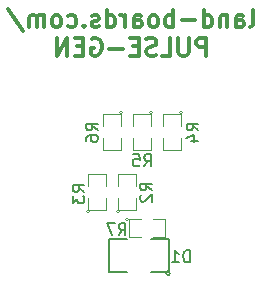
<source format=gbo>
G04 #@! TF.FileFunction,Legend,Bot*
%FSLAX46Y46*%
G04 Gerber Fmt 4.6, Leading zero omitted, Abs format (unit mm)*
G04 Created by KiCad (PCBNEW 4.0.1-stable) date 2/15/2016 3:27:24 PM*
%MOMM*%
G01*
G04 APERTURE LIST*
%ADD10C,0.150000*%
%ADD11C,0.300000*%
%ADD12C,0.099060*%
%ADD13C,0.127000*%
G04 APERTURE END LIST*
D10*
D11*
X32641714Y-3796571D02*
X32784572Y-3725143D01*
X32856000Y-3582286D01*
X32856000Y-2296571D01*
X31427429Y-3796571D02*
X31427429Y-3010857D01*
X31498858Y-2868000D01*
X31641715Y-2796571D01*
X31927429Y-2796571D01*
X32070286Y-2868000D01*
X31427429Y-3725143D02*
X31570286Y-3796571D01*
X31927429Y-3796571D01*
X32070286Y-3725143D01*
X32141715Y-3582286D01*
X32141715Y-3439429D01*
X32070286Y-3296571D01*
X31927429Y-3225143D01*
X31570286Y-3225143D01*
X31427429Y-3153714D01*
X30713143Y-2796571D02*
X30713143Y-3796571D01*
X30713143Y-2939429D02*
X30641715Y-2868000D01*
X30498857Y-2796571D01*
X30284572Y-2796571D01*
X30141715Y-2868000D01*
X30070286Y-3010857D01*
X30070286Y-3796571D01*
X28713143Y-3796571D02*
X28713143Y-2296571D01*
X28713143Y-3725143D02*
X28856000Y-3796571D01*
X29141714Y-3796571D01*
X29284572Y-3725143D01*
X29356000Y-3653714D01*
X29427429Y-3510857D01*
X29427429Y-3082286D01*
X29356000Y-2939429D01*
X29284572Y-2868000D01*
X29141714Y-2796571D01*
X28856000Y-2796571D01*
X28713143Y-2868000D01*
X27998857Y-3225143D02*
X26856000Y-3225143D01*
X26141714Y-3796571D02*
X26141714Y-2296571D01*
X26141714Y-2868000D02*
X25998857Y-2796571D01*
X25713143Y-2796571D01*
X25570286Y-2868000D01*
X25498857Y-2939429D01*
X25427428Y-3082286D01*
X25427428Y-3510857D01*
X25498857Y-3653714D01*
X25570286Y-3725143D01*
X25713143Y-3796571D01*
X25998857Y-3796571D01*
X26141714Y-3725143D01*
X24570285Y-3796571D02*
X24713143Y-3725143D01*
X24784571Y-3653714D01*
X24856000Y-3510857D01*
X24856000Y-3082286D01*
X24784571Y-2939429D01*
X24713143Y-2868000D01*
X24570285Y-2796571D01*
X24356000Y-2796571D01*
X24213143Y-2868000D01*
X24141714Y-2939429D01*
X24070285Y-3082286D01*
X24070285Y-3510857D01*
X24141714Y-3653714D01*
X24213143Y-3725143D01*
X24356000Y-3796571D01*
X24570285Y-3796571D01*
X22784571Y-3796571D02*
X22784571Y-3010857D01*
X22856000Y-2868000D01*
X22998857Y-2796571D01*
X23284571Y-2796571D01*
X23427428Y-2868000D01*
X22784571Y-3725143D02*
X22927428Y-3796571D01*
X23284571Y-3796571D01*
X23427428Y-3725143D01*
X23498857Y-3582286D01*
X23498857Y-3439429D01*
X23427428Y-3296571D01*
X23284571Y-3225143D01*
X22927428Y-3225143D01*
X22784571Y-3153714D01*
X22070285Y-3796571D02*
X22070285Y-2796571D01*
X22070285Y-3082286D02*
X21998857Y-2939429D01*
X21927428Y-2868000D01*
X21784571Y-2796571D01*
X21641714Y-2796571D01*
X20498857Y-3796571D02*
X20498857Y-2296571D01*
X20498857Y-3725143D02*
X20641714Y-3796571D01*
X20927428Y-3796571D01*
X21070286Y-3725143D01*
X21141714Y-3653714D01*
X21213143Y-3510857D01*
X21213143Y-3082286D01*
X21141714Y-2939429D01*
X21070286Y-2868000D01*
X20927428Y-2796571D01*
X20641714Y-2796571D01*
X20498857Y-2868000D01*
X19856000Y-3725143D02*
X19713143Y-3796571D01*
X19427428Y-3796571D01*
X19284571Y-3725143D01*
X19213143Y-3582286D01*
X19213143Y-3510857D01*
X19284571Y-3368000D01*
X19427428Y-3296571D01*
X19641714Y-3296571D01*
X19784571Y-3225143D01*
X19856000Y-3082286D01*
X19856000Y-3010857D01*
X19784571Y-2868000D01*
X19641714Y-2796571D01*
X19427428Y-2796571D01*
X19284571Y-2868000D01*
X18570285Y-3653714D02*
X18498857Y-3725143D01*
X18570285Y-3796571D01*
X18641714Y-3725143D01*
X18570285Y-3653714D01*
X18570285Y-3796571D01*
X17213142Y-3725143D02*
X17355999Y-3796571D01*
X17641713Y-3796571D01*
X17784571Y-3725143D01*
X17855999Y-3653714D01*
X17927428Y-3510857D01*
X17927428Y-3082286D01*
X17855999Y-2939429D01*
X17784571Y-2868000D01*
X17641713Y-2796571D01*
X17355999Y-2796571D01*
X17213142Y-2868000D01*
X16355999Y-3796571D02*
X16498857Y-3725143D01*
X16570285Y-3653714D01*
X16641714Y-3510857D01*
X16641714Y-3082286D01*
X16570285Y-2939429D01*
X16498857Y-2868000D01*
X16355999Y-2796571D01*
X16141714Y-2796571D01*
X15998857Y-2868000D01*
X15927428Y-2939429D01*
X15855999Y-3082286D01*
X15855999Y-3510857D01*
X15927428Y-3653714D01*
X15998857Y-3725143D01*
X16141714Y-3796571D01*
X16355999Y-3796571D01*
X15213142Y-3796571D02*
X15213142Y-2796571D01*
X15213142Y-2939429D02*
X15141714Y-2868000D01*
X14998856Y-2796571D01*
X14784571Y-2796571D01*
X14641714Y-2868000D01*
X14570285Y-3010857D01*
X14570285Y-3796571D01*
X14570285Y-3010857D02*
X14498856Y-2868000D01*
X14355999Y-2796571D01*
X14141714Y-2796571D01*
X13998856Y-2868000D01*
X13927428Y-3010857D01*
X13927428Y-3796571D01*
X12141714Y-2225143D02*
X13427428Y-4153714D01*
X28927429Y-6196571D02*
X28927429Y-4696571D01*
X28356001Y-4696571D01*
X28213143Y-4768000D01*
X28141715Y-4839429D01*
X28070286Y-4982286D01*
X28070286Y-5196571D01*
X28141715Y-5339429D01*
X28213143Y-5410857D01*
X28356001Y-5482286D01*
X28927429Y-5482286D01*
X27427429Y-4696571D02*
X27427429Y-5910857D01*
X27356001Y-6053714D01*
X27284572Y-6125143D01*
X27141715Y-6196571D01*
X26856001Y-6196571D01*
X26713143Y-6125143D01*
X26641715Y-6053714D01*
X26570286Y-5910857D01*
X26570286Y-4696571D01*
X25141714Y-6196571D02*
X25856000Y-6196571D01*
X25856000Y-4696571D01*
X24713143Y-6125143D02*
X24498857Y-6196571D01*
X24141714Y-6196571D01*
X23998857Y-6125143D01*
X23927428Y-6053714D01*
X23856000Y-5910857D01*
X23856000Y-5768000D01*
X23927428Y-5625143D01*
X23998857Y-5553714D01*
X24141714Y-5482286D01*
X24427428Y-5410857D01*
X24570286Y-5339429D01*
X24641714Y-5268000D01*
X24713143Y-5125143D01*
X24713143Y-4982286D01*
X24641714Y-4839429D01*
X24570286Y-4768000D01*
X24427428Y-4696571D01*
X24070286Y-4696571D01*
X23856000Y-4768000D01*
X23213143Y-5410857D02*
X22713143Y-5410857D01*
X22498857Y-6196571D02*
X23213143Y-6196571D01*
X23213143Y-4696571D01*
X22498857Y-4696571D01*
X21856000Y-5625143D02*
X20713143Y-5625143D01*
X19213143Y-4768000D02*
X19356000Y-4696571D01*
X19570286Y-4696571D01*
X19784571Y-4768000D01*
X19927429Y-4910857D01*
X19998857Y-5053714D01*
X20070286Y-5339429D01*
X20070286Y-5553714D01*
X19998857Y-5839429D01*
X19927429Y-5982286D01*
X19784571Y-6125143D01*
X19570286Y-6196571D01*
X19427429Y-6196571D01*
X19213143Y-6125143D01*
X19141714Y-6053714D01*
X19141714Y-5553714D01*
X19427429Y-5553714D01*
X18498857Y-5410857D02*
X17998857Y-5410857D01*
X17784571Y-6196571D02*
X18498857Y-6196571D01*
X18498857Y-4696571D01*
X17784571Y-4696571D01*
X17141714Y-6196571D02*
X17141714Y-4696571D01*
X16284571Y-6196571D01*
X16284571Y-4696571D01*
D12*
X21590000Y-19431000D02*
G75*
G03X21590000Y-19431000I-127000J0D01*
G01*
X21463000Y-18288000D02*
X21463000Y-19304000D01*
X21463000Y-19304000D02*
X22987000Y-19304000D01*
X22987000Y-19304000D02*
X22987000Y-18288000D01*
X22987000Y-17272000D02*
X22987000Y-16256000D01*
X22987000Y-16256000D02*
X21463000Y-16256000D01*
X21463000Y-16256000D02*
X21463000Y-17272000D01*
X19050000Y-19431000D02*
G75*
G03X19050000Y-19431000I-127000J0D01*
G01*
X18923000Y-18288000D02*
X18923000Y-19304000D01*
X18923000Y-19304000D02*
X20447000Y-19304000D01*
X20447000Y-19304000D02*
X20447000Y-18288000D01*
X20447000Y-17272000D02*
X20447000Y-16256000D01*
X20447000Y-16256000D02*
X18923000Y-16256000D01*
X18923000Y-16256000D02*
X18923000Y-17272000D01*
X26924000Y-11049000D02*
G75*
G03X26924000Y-11049000I-127000J0D01*
G01*
X26797000Y-12192000D02*
X26797000Y-11176000D01*
X26797000Y-11176000D02*
X25273000Y-11176000D01*
X25273000Y-11176000D02*
X25273000Y-12192000D01*
X25273000Y-13208000D02*
X25273000Y-14224000D01*
X25273000Y-14224000D02*
X26797000Y-14224000D01*
X26797000Y-14224000D02*
X26797000Y-13208000D01*
X24384000Y-11049000D02*
G75*
G03X24384000Y-11049000I-127000J0D01*
G01*
X24257000Y-12192000D02*
X24257000Y-11176000D01*
X24257000Y-11176000D02*
X22733000Y-11176000D01*
X22733000Y-11176000D02*
X22733000Y-12192000D01*
X22733000Y-13208000D02*
X22733000Y-14224000D01*
X22733000Y-14224000D02*
X24257000Y-14224000D01*
X24257000Y-14224000D02*
X24257000Y-13208000D01*
X21844000Y-11049000D02*
G75*
G03X21844000Y-11049000I-127000J0D01*
G01*
X21717000Y-12192000D02*
X21717000Y-11176000D01*
X21717000Y-11176000D02*
X20193000Y-11176000D01*
X20193000Y-11176000D02*
X20193000Y-12192000D01*
X20193000Y-13208000D02*
X20193000Y-14224000D01*
X20193000Y-14224000D02*
X21717000Y-14224000D01*
X21717000Y-14224000D02*
X21717000Y-13208000D01*
D13*
X25833605Y-24638000D02*
G75*
G03X25833605Y-24638000I-179605J0D01*
G01*
X24257000Y-21717000D02*
X25781000Y-21717000D01*
X25781000Y-21717000D02*
X25781000Y-24511000D01*
X25781000Y-24511000D02*
X24257000Y-24511000D01*
X22225000Y-24511000D02*
X20701000Y-24511000D01*
X20701000Y-24511000D02*
X20701000Y-21717000D01*
X20701000Y-21717000D02*
X22225000Y-21717000D01*
D12*
X22352000Y-20066000D02*
G75*
G03X22352000Y-20066000I-127000J0D01*
G01*
X23368000Y-20066000D02*
X22352000Y-20066000D01*
X22352000Y-20066000D02*
X22352000Y-21590000D01*
X22352000Y-21590000D02*
X23368000Y-21590000D01*
X24384000Y-21590000D02*
X25400000Y-21590000D01*
X25400000Y-21590000D02*
X25400000Y-20066000D01*
X25400000Y-20066000D02*
X24384000Y-20066000D01*
D10*
X24328381Y-17613334D02*
X23852190Y-17280000D01*
X24328381Y-17041905D02*
X23328381Y-17041905D01*
X23328381Y-17422858D01*
X23376000Y-17518096D01*
X23423619Y-17565715D01*
X23518857Y-17613334D01*
X23661714Y-17613334D01*
X23756952Y-17565715D01*
X23804571Y-17518096D01*
X23852190Y-17422858D01*
X23852190Y-17041905D01*
X23423619Y-17994286D02*
X23376000Y-18041905D01*
X23328381Y-18137143D01*
X23328381Y-18375239D01*
X23376000Y-18470477D01*
X23423619Y-18518096D01*
X23518857Y-18565715D01*
X23614095Y-18565715D01*
X23756952Y-18518096D01*
X24328381Y-17946667D01*
X24328381Y-18565715D01*
X18613381Y-17740334D02*
X18137190Y-17407000D01*
X18613381Y-17168905D02*
X17613381Y-17168905D01*
X17613381Y-17549858D01*
X17661000Y-17645096D01*
X17708619Y-17692715D01*
X17803857Y-17740334D01*
X17946714Y-17740334D01*
X18041952Y-17692715D01*
X18089571Y-17645096D01*
X18137190Y-17549858D01*
X18137190Y-17168905D01*
X17613381Y-18073667D02*
X17613381Y-18692715D01*
X17994333Y-18359381D01*
X17994333Y-18502239D01*
X18041952Y-18597477D01*
X18089571Y-18645096D01*
X18184810Y-18692715D01*
X18422905Y-18692715D01*
X18518143Y-18645096D01*
X18565762Y-18597477D01*
X18613381Y-18502239D01*
X18613381Y-18216524D01*
X18565762Y-18121286D01*
X18518143Y-18073667D01*
X28265381Y-12533334D02*
X27789190Y-12200000D01*
X28265381Y-11961905D02*
X27265381Y-11961905D01*
X27265381Y-12342858D01*
X27313000Y-12438096D01*
X27360619Y-12485715D01*
X27455857Y-12533334D01*
X27598714Y-12533334D01*
X27693952Y-12485715D01*
X27741571Y-12438096D01*
X27789190Y-12342858D01*
X27789190Y-11961905D01*
X27598714Y-13390477D02*
X28265381Y-13390477D01*
X27217762Y-13152381D02*
X27932048Y-12914286D01*
X27932048Y-13533334D01*
X23661666Y-15565381D02*
X23995000Y-15089190D01*
X24233095Y-15565381D02*
X24233095Y-14565381D01*
X23852142Y-14565381D01*
X23756904Y-14613000D01*
X23709285Y-14660619D01*
X23661666Y-14755857D01*
X23661666Y-14898714D01*
X23709285Y-14993952D01*
X23756904Y-15041571D01*
X23852142Y-15089190D01*
X24233095Y-15089190D01*
X22756904Y-14565381D02*
X23233095Y-14565381D01*
X23280714Y-15041571D01*
X23233095Y-14993952D01*
X23137857Y-14946333D01*
X22899761Y-14946333D01*
X22804523Y-14993952D01*
X22756904Y-15041571D01*
X22709285Y-15136810D01*
X22709285Y-15374905D01*
X22756904Y-15470143D01*
X22804523Y-15517762D01*
X22899761Y-15565381D01*
X23137857Y-15565381D01*
X23233095Y-15517762D01*
X23280714Y-15470143D01*
X19756381Y-12533334D02*
X19280190Y-12200000D01*
X19756381Y-11961905D02*
X18756381Y-11961905D01*
X18756381Y-12342858D01*
X18804000Y-12438096D01*
X18851619Y-12485715D01*
X18946857Y-12533334D01*
X19089714Y-12533334D01*
X19184952Y-12485715D01*
X19232571Y-12438096D01*
X19280190Y-12342858D01*
X19280190Y-11961905D01*
X18756381Y-13390477D02*
X18756381Y-13200000D01*
X18804000Y-13104762D01*
X18851619Y-13057143D01*
X18994476Y-12961905D01*
X19184952Y-12914286D01*
X19565905Y-12914286D01*
X19661143Y-12961905D01*
X19708762Y-13009524D01*
X19756381Y-13104762D01*
X19756381Y-13295239D01*
X19708762Y-13390477D01*
X19661143Y-13438096D01*
X19565905Y-13485715D01*
X19327810Y-13485715D01*
X19232571Y-13438096D01*
X19184952Y-13390477D01*
X19137333Y-13295239D01*
X19137333Y-13104762D01*
X19184952Y-13009524D01*
X19232571Y-12961905D01*
X19327810Y-12914286D01*
X27535095Y-23693381D02*
X27535095Y-22693381D01*
X27297000Y-22693381D01*
X27154142Y-22741000D01*
X27058904Y-22836238D01*
X27011285Y-22931476D01*
X26963666Y-23121952D01*
X26963666Y-23264810D01*
X27011285Y-23455286D01*
X27058904Y-23550524D01*
X27154142Y-23645762D01*
X27297000Y-23693381D01*
X27535095Y-23693381D01*
X26011285Y-23693381D02*
X26582714Y-23693381D01*
X26297000Y-23693381D02*
X26297000Y-22693381D01*
X26392238Y-22836238D01*
X26487476Y-22931476D01*
X26582714Y-22979095D01*
X21502666Y-21407381D02*
X21836000Y-20931190D01*
X22074095Y-21407381D02*
X22074095Y-20407381D01*
X21693142Y-20407381D01*
X21597904Y-20455000D01*
X21550285Y-20502619D01*
X21502666Y-20597857D01*
X21502666Y-20740714D01*
X21550285Y-20835952D01*
X21597904Y-20883571D01*
X21693142Y-20931190D01*
X22074095Y-20931190D01*
X21169333Y-20407381D02*
X20502666Y-20407381D01*
X20931238Y-21407381D01*
M02*

</source>
